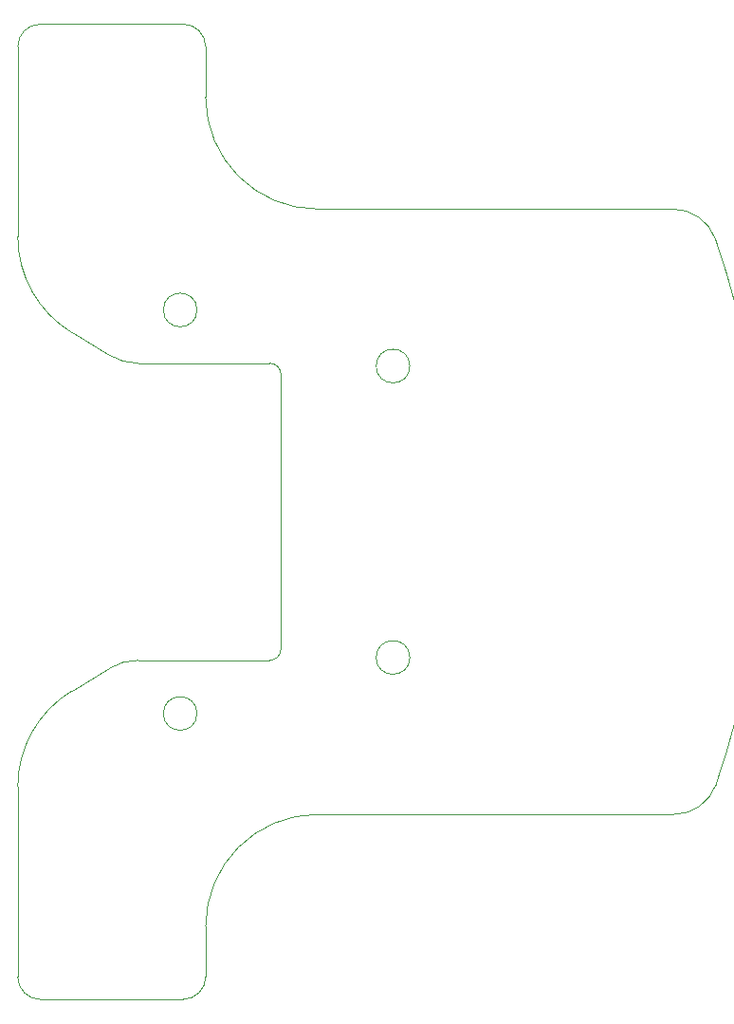
<source format=gbr>
G04 #@! TF.GenerationSoftware,KiCad,Pcbnew,9.0.2*
G04 #@! TF.CreationDate,2025-09-19T14:38:59-04:00*
G04 #@! TF.ProjectId,Trackball,54726163-6b62-4616-9c6c-2e6b69636164,rev?*
G04 #@! TF.SameCoordinates,Original*
G04 #@! TF.FileFunction,Profile,NP*
%FSLAX46Y46*%
G04 Gerber Fmt 4.6, Leading zero omitted, Abs format (unit mm)*
G04 Created by KiCad (PCBNEW 9.0.2) date 2025-09-19 14:38:59*
%MOMM*%
%LPD*%
G01*
G04 APERTURE LIST*
G04 #@! TA.AperFunction,Profile*
%ADD10C,0.050000*%
G04 #@! TD*
G04 APERTURE END LIST*
D10*
X108900000Y-145100000D02*
X121675000Y-145100000D01*
X106900001Y-126144908D02*
X106900000Y-143100000D01*
X133675000Y-128600000D02*
X165468289Y-128600000D01*
X123675000Y-143100000D02*
G75*
G02*
X121675000Y-145100000I-2000000J0D01*
G01*
X169269998Y-125850001D02*
X169227464Y-125966970D01*
X141903330Y-88600000D02*
G75*
G02*
X138896670Y-88600000I-1503330J0D01*
G01*
X138896670Y-88600000D02*
G75*
G02*
X141903330Y-88600000I1503330J0D01*
G01*
X106900001Y-126144908D02*
G75*
G02*
X111730773Y-117584580I9999999J8D01*
G01*
X108900000Y-58100000D02*
X121675000Y-58100000D01*
X106900001Y-77055092D02*
X106900000Y-60100000D01*
X129400000Y-114850000D02*
X117651845Y-114849999D01*
X122900000Y-119600000D02*
G75*
G02*
X119900000Y-119600000I-1500000J0D01*
G01*
X119900000Y-119600000D02*
G75*
G02*
X122900000Y-119600000I1500000J0D01*
G01*
X169227464Y-125966970D02*
G75*
G02*
X165468289Y-128599990I-3759164J1366970D01*
G01*
X115068348Y-87630835D02*
X111730777Y-85615414D01*
X165407770Y-74600000D02*
G75*
G02*
X169148451Y-77183127I30J-4000000D01*
G01*
X123675000Y-138600000D02*
G75*
G02*
X133675000Y-128600000I10000000J0D01*
G01*
X108900000Y-145100000D02*
G75*
G02*
X106900000Y-143100000I0J2000000D01*
G01*
X115068348Y-115569165D02*
G75*
G02*
X117651845Y-114849991I2583652J-4281335D01*
G01*
X169270000Y-77504106D02*
G75*
G02*
X169269998Y-125850001I-69935740J-24172944D01*
G01*
X141903330Y-114600000D02*
G75*
G02*
X138896670Y-114600000I-1503330J0D01*
G01*
X138896670Y-114600000D02*
G75*
G02*
X141903330Y-114600000I1503330J0D01*
G01*
X121675000Y-58100000D02*
G75*
G02*
X123675000Y-60100000I0J-2000000D01*
G01*
X129400000Y-88350000D02*
X117651845Y-88350001D01*
X111730777Y-85615414D02*
G75*
G02*
X106900008Y-77055092I5169223J8560314D01*
G01*
X129400000Y-88350000D02*
G75*
G02*
X130400000Y-89350000I0J-1000000D01*
G01*
X130400000Y-89350000D02*
X130400000Y-113850000D01*
X130400000Y-113850000D02*
G75*
G02*
X129400000Y-114850000I-1000000J0D01*
G01*
X133675000Y-74600000D02*
G75*
G02*
X123675000Y-64600000I0J10000000D01*
G01*
X106900000Y-60100000D02*
G75*
G02*
X108900000Y-58100000I2000000J0D01*
G01*
X169270000Y-77504106D02*
X169148425Y-77183137D01*
X115068348Y-115569165D02*
X111730777Y-117584586D01*
X123675000Y-138600000D02*
X123675000Y-143100000D01*
X117651845Y-88350001D02*
G75*
G02*
X115068340Y-87630848I55J5000301D01*
G01*
X133675000Y-74600000D02*
X165407770Y-74600000D01*
X122900000Y-83600000D02*
G75*
G02*
X119900000Y-83600000I-1500000J0D01*
G01*
X119900000Y-83600000D02*
G75*
G02*
X122900000Y-83600000I1500000J0D01*
G01*
X123675000Y-60100000D02*
X123675000Y-64600000D01*
M02*

</source>
